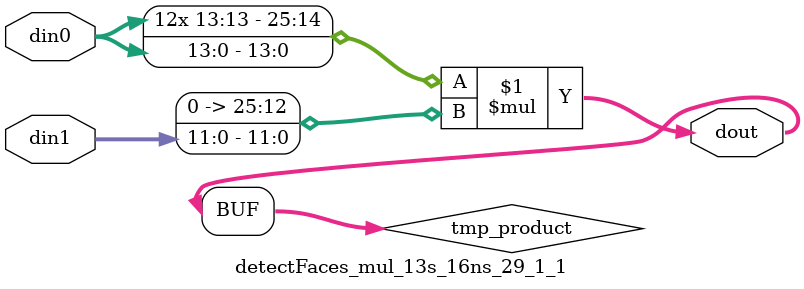
<source format=v>

`timescale 1 ns / 1 ps

  module detectFaces_mul_13s_16ns_29_1_1(din0, din1, dout);
parameter ID = 1;
parameter NUM_STAGE = 0;
parameter din0_WIDTH = 14;
parameter din1_WIDTH = 12;
parameter dout_WIDTH = 26;

input [din0_WIDTH - 1 : 0] din0; 
input [din1_WIDTH - 1 : 0] din1; 
output [dout_WIDTH - 1 : 0] dout;

wire signed [dout_WIDTH - 1 : 0] tmp_product;












assign tmp_product = $signed(din0) * $signed({1'b0, din1});









assign dout = tmp_product;







endmodule

</source>
